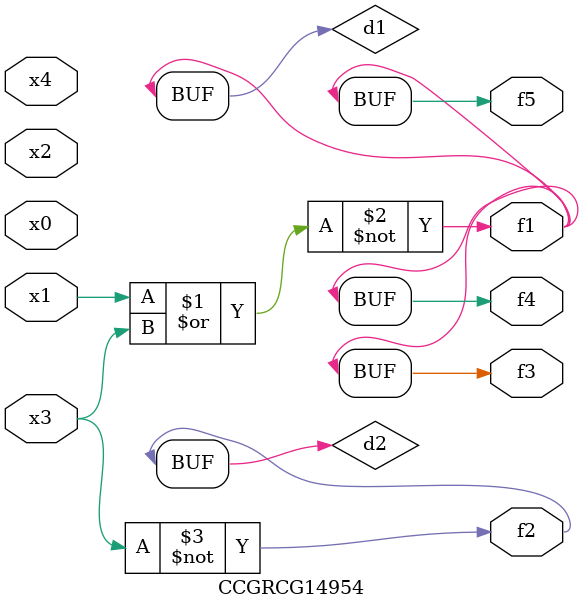
<source format=v>
module CCGRCG14954(
	input x0, x1, x2, x3, x4,
	output f1, f2, f3, f4, f5
);

	wire d1, d2;

	nor (d1, x1, x3);
	not (d2, x3);
	assign f1 = d1;
	assign f2 = d2;
	assign f3 = d1;
	assign f4 = d1;
	assign f5 = d1;
endmodule

</source>
